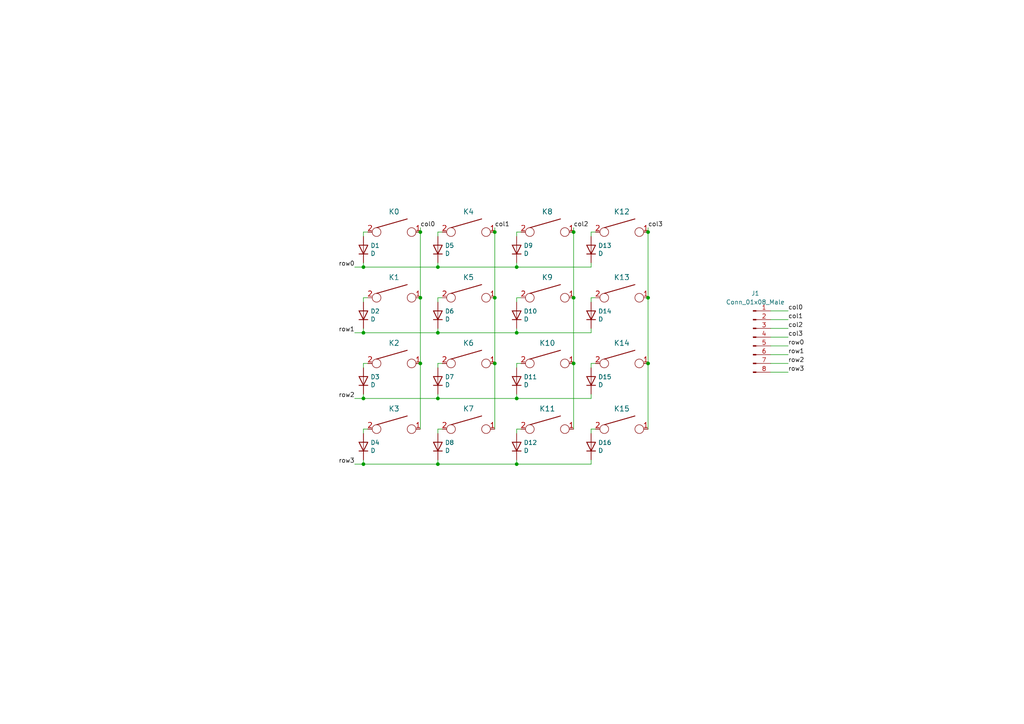
<source format=kicad_sch>
(kicad_sch (version 20211123) (generator eeschema)
  (paper "A4")
  (lib_symbols
    (symbol "Connector:Conn_01x08_Male" (pin_names (offset 1.016) hide)
      (property "Reference" "J" (at 0 10.16 0))
      (property "Value" "Conn_01x08_Male" (at 0 -12.7 0))
      (symbol "Conn_01x08_Male_1_1"
        (polyline (pts (xy 1.27 -10.16) (xy 0.8636 -10.16)) (stroke (width 0.1524)))
        (polyline (pts (xy 1.27 -7.62) (xy 0.8636 -7.62)) (stroke (width 0.1524)))
        (polyline (pts (xy 1.27 -5.08) (xy 0.8636 -5.08)) (stroke (width 0.1524)))
        (polyline (pts (xy 1.27 -2.54) (xy 0.8636 -2.54)) (stroke (width 0.1524)))
        (polyline (pts (xy 1.27 0) (xy 0.8636 0)) (stroke (width 0.1524)))
        (polyline (pts (xy 1.27 2.54) (xy 0.8636 2.54)) (stroke (width 0.1524)))
        (polyline (pts (xy 1.27 5.08) (xy 0.8636 5.08)) (stroke (width 0.1524)))
        (polyline (pts (xy 1.27 7.62) (xy 0.8636 7.62)) (stroke (width 0.1524)))
        (rectangle (start 0.8636 -10.033) (end 0 -10.287) (stroke (width 0.1524)) (fill (type outline)))
        (rectangle (start 0.8636 -7.493) (end 0 -7.747) (stroke (width 0.1524)) (fill (type outline)))
        (rectangle (start 0.8636 -4.953) (end 0 -5.207) (stroke (width 0.1524)) (fill (type outline)))
        (rectangle (start 0.8636 -2.413) (end 0 -2.667) (stroke (width 0.1524)) (fill (type outline)))
        (rectangle (start 0.8636 0.127) (end 0 -0.127) (stroke (width 0.1524)) (fill (type outline)))
        (rectangle (start 0.8636 2.667) (end 0 2.413) (stroke (width 0.1524)) (fill (type outline)))
        (rectangle (start 0.8636 5.207) (end 0 4.953) (stroke (width 0.1524)) (fill (type outline)))
        (rectangle (start 0.8636 7.747) (end 0 7.493) (stroke (width 0.1524)) (fill (type outline)))
        (pin passive line (at 5.08 7.62 180) (length 3.81) (name "Pin_1") (number "1"))
        (pin passive line (at 5.08 5.08 180) (length 3.81) (name "Pin_2") (number "2"))
        (pin passive line (at 5.08 2.54 180) (length 3.81) (name "Pin_3") (number "3"))
        (pin passive line (at 5.08 0 180) (length 3.81) (name "Pin_4") (number "4"))
        (pin passive line (at 5.08 -2.54 180) (length 3.81) (name "Pin_5") (number "5"))
        (pin passive line (at 5.08 -5.08 180) (length 3.81) (name "Pin_6") (number "6"))
        (pin passive line (at 5.08 -7.62 180) (length 3.81) (name "Pin_7") (number "7"))
        (pin passive line (at 5.08 -10.16 180) (length 3.81) (name "Pin_8") (number "8"))
      )
    )
    (symbol "KBT1-rescue:D-Device" (pin_numbers hide) (pin_names (offset 1.016) hide)
      (property "Reference" "D" (at 0 2.54 0))
      (property "Value" "D-Device" (at 0 -2.54 0))
      (symbol "D-Device_0_1"
        (polyline (pts (xy -1.27 1.27) (xy -1.27 -1.27)) (stroke (width 0.254)))
        (polyline (pts (xy 1.27 0) (xy -1.27 0)))
        (polyline (pts (xy 1.27 1.27) (xy 1.27 -1.27) (xy -1.27 0) (xy 1.27 1.27)) (stroke (width 0.254)))
      )
      (symbol "D-Device_1_1"
        (pin passive line (at -3.81 0 0) (length 2.54) (name "K") (number "1"))
        (pin passive line (at 3.81 0 180) (length 2.54) (name "A") (number "2"))
      )
    )
    (symbol "KBT1-rescue:KEYSW-keyboard_parts" (pin_names (offset 1.016))
      (property "Reference" "K?" (at -1.27 0 0))
      (symbol "KEYSW-keyboard_parts_0_1"
        (circle (center -5.08 0) (radius 1.27))
        (polyline (pts (xy -5.08 1.27) (xy 3.81 3.81)) (stroke (width 0.254)))
        (circle (center 5.08 0) (radius 1.27))
      )
      (symbol "KEYSW-keyboard_parts_1_1"
        (pin passive line (at 7.62 0 180) (length 1.27) (name "~") (number "1"))
        (pin passive line (at -7.62 0 0) (length 1.27) (name "~") (number "2"))
      )
    )
  )
  (junction (at 166.37 86.36))
  (junction (at 149.86 115.57))
  (junction (at 127 96.52))
  (junction (at 105.41 77.47))
  (junction (at 127 134.62))
  (junction (at 121.92 86.36))
  (junction (at 121.92 67.31))
  (junction (at 187.96 67.31))
  (junction (at 121.92 105.41))
  (junction (at 187.96 86.36))
  (junction (at 149.86 77.47))
  (junction (at 166.37 67.31))
  (junction (at 143.51 86.36))
  (junction (at 149.86 134.62))
  (junction (at 149.86 96.52))
  (junction (at 105.41 134.62))
  (junction (at 127 77.47))
  (junction (at 127 115.57))
  (junction (at 143.51 105.41))
  (junction (at 143.51 67.31))
  (junction (at 166.37 105.41))
  (junction (at 105.41 115.57))
  (junction (at 105.41 96.52))
  (junction (at 187.96 105.41))
  (wire (pts (xy 106.68 67.31) (xy 105.41 67.31)))
  (wire (pts (xy 171.45 124.46) (xy 171.45 125.73)))
  (wire (pts (xy 127 134.62) (xy 149.86 134.62)))
  (wire (pts (xy 223.52 92.71) (xy 228.6 92.71)))
  (wire (pts (xy 127 114.3) (xy 127 115.57)))
  (wire (pts (xy 105.41 124.46) (xy 105.41 125.73)))
  (wire (pts (xy 105.41 95.25) (xy 105.41 96.52)))
  (wire (pts (xy 151.13 105.41) (xy 149.86 105.41)))
  (wire (pts (xy 127 67.31) (xy 127 68.58)))
  (wire (pts (xy 171.45 86.36) (xy 171.45 87.63)))
  (wire (pts (xy 121.92 86.36) (xy 121.92 105.41)))
  (wire (pts (xy 149.86 77.47) (xy 171.45 77.47)))
  (wire (pts (xy 105.41 133.35) (xy 105.41 134.62)))
  (wire (pts (xy 143.51 66.04) (xy 143.51 67.31)))
  (wire (pts (xy 149.86 76.2) (xy 149.86 77.47)))
  (wire (pts (xy 127 77.47) (xy 149.86 77.47)))
  (wire (pts (xy 223.52 102.87) (xy 228.6 102.87)))
  (wire (pts (xy 151.13 124.46) (xy 149.86 124.46)))
  (wire (pts (xy 151.13 67.31) (xy 149.86 67.31)))
  (wire (pts (xy 149.86 124.46) (xy 149.86 125.73)))
  (wire (pts (xy 166.37 105.41) (xy 166.37 124.46)))
  (wire (pts (xy 106.68 124.46) (xy 105.41 124.46)))
  (wire (pts (xy 105.41 77.47) (xy 127 77.47)))
  (wire (pts (xy 187.96 67.31) (xy 187.96 86.36)))
  (wire (pts (xy 127 105.41) (xy 127 106.68)))
  (wire (pts (xy 171.45 76.2) (xy 171.45 77.47)))
  (wire (pts (xy 171.45 114.3) (xy 171.45 115.57)))
  (wire (pts (xy 127 124.46) (xy 127 125.73)))
  (wire (pts (xy 149.86 134.62) (xy 171.45 134.62)))
  (wire (pts (xy 105.41 105.41) (xy 105.41 106.68)))
  (wire (pts (xy 127 133.35) (xy 127 134.62)))
  (wire (pts (xy 223.52 105.41) (xy 228.6 105.41)))
  (wire (pts (xy 166.37 86.36) (xy 166.37 105.41)))
  (wire (pts (xy 105.41 134.62) (xy 102.87 134.62)))
  (wire (pts (xy 223.52 95.25) (xy 228.6 95.25)))
  (wire (pts (xy 127 96.52) (xy 149.86 96.52)))
  (wire (pts (xy 128.27 124.46) (xy 127 124.46)))
  (wire (pts (xy 149.86 96.52) (xy 171.45 96.52)))
  (wire (pts (xy 149.86 115.57) (xy 171.45 115.57)))
  (wire (pts (xy 223.52 100.33) (xy 228.6 100.33)))
  (wire (pts (xy 127 115.57) (xy 149.86 115.57)))
  (wire (pts (xy 105.41 67.31) (xy 105.41 68.58)))
  (wire (pts (xy 121.92 105.41) (xy 121.92 124.46)))
  (wire (pts (xy 149.86 95.25) (xy 149.86 96.52)))
  (wire (pts (xy 127 95.25) (xy 127 96.52)))
  (wire (pts (xy 106.68 86.36) (xy 105.41 86.36)))
  (wire (pts (xy 121.92 67.31) (xy 121.92 86.36)))
  (wire (pts (xy 105.41 115.57) (xy 127 115.57)))
  (wire (pts (xy 105.41 77.47) (xy 102.87 77.47)))
  (wire (pts (xy 128.27 86.36) (xy 127 86.36)))
  (wire (pts (xy 105.41 96.52) (xy 102.87 96.52)))
  (wire (pts (xy 223.52 107.95) (xy 228.6 107.95)))
  (wire (pts (xy 105.41 114.3) (xy 105.41 115.57)))
  (wire (pts (xy 149.86 114.3) (xy 149.86 115.57)))
  (wire (pts (xy 105.41 115.57) (xy 102.87 115.57)))
  (wire (pts (xy 166.37 67.31) (xy 166.37 86.36)))
  (wire (pts (xy 172.72 105.41) (xy 171.45 105.41)))
  (wire (pts (xy 187.96 86.36) (xy 187.96 105.41)))
  (wire (pts (xy 151.13 86.36) (xy 149.86 86.36)))
  (wire (pts (xy 128.27 67.31) (xy 127 67.31)))
  (wire (pts (xy 171.45 95.25) (xy 171.45 96.52)))
  (wire (pts (xy 149.86 105.41) (xy 149.86 106.68)))
  (wire (pts (xy 172.72 67.31) (xy 171.45 67.31)))
  (wire (pts (xy 172.72 86.36) (xy 171.45 86.36)))
  (wire (pts (xy 149.86 133.35) (xy 149.86 134.62)))
  (wire (pts (xy 223.52 90.17) (xy 228.6 90.17)))
  (wire (pts (xy 149.86 86.36) (xy 149.86 87.63)))
  (wire (pts (xy 223.52 97.79) (xy 228.6 97.79)))
  (wire (pts (xy 105.41 76.2) (xy 105.41 77.47)))
  (wire (pts (xy 105.41 134.62) (xy 127 134.62)))
  (wire (pts (xy 105.41 86.36) (xy 105.41 87.63)))
  (wire (pts (xy 143.51 86.36) (xy 143.51 105.41)))
  (wire (pts (xy 121.92 66.04) (xy 121.92 67.31)))
  (wire (pts (xy 166.37 66.04) (xy 166.37 67.31)))
  (wire (pts (xy 171.45 105.41) (xy 171.45 106.68)))
  (wire (pts (xy 187.96 66.04) (xy 187.96 67.31)))
  (wire (pts (xy 149.86 67.31) (xy 149.86 68.58)))
  (wire (pts (xy 143.51 105.41) (xy 143.51 124.46)))
  (wire (pts (xy 128.27 105.41) (xy 127 105.41)))
  (wire (pts (xy 187.96 105.41) (xy 187.96 124.46)))
  (wire (pts (xy 171.45 133.35) (xy 171.45 134.62)))
  (wire (pts (xy 127 86.36) (xy 127 87.63)))
  (wire (pts (xy 143.51 67.31) (xy 143.51 86.36)))
  (wire (pts (xy 105.41 96.52) (xy 127 96.52)))
  (wire (pts (xy 172.72 124.46) (xy 171.45 124.46)))
  (wire (pts (xy 106.68 105.41) (xy 105.41 105.41)))
  (wire (pts (xy 127 76.2) (xy 127 77.47)))
  (wire (pts (xy 171.45 67.31) (xy 171.45 68.58)))
  (label "row3" (at 228.6 107.95 0))
  (label "row2" (at 228.6 105.41 0))
  (label "row3" (at 102.87 134.62 180))
  (label "row0" (at 102.87 77.47 180))
  (label "col0" (at 121.92 66.04 0))
  (label "col3" (at 228.6 97.79 0))
  (label "row1" (at 228.6 102.87 0))
  (label "col0" (at 228.6 90.17 0))
  (label "col1" (at 143.51 66.04 0))
  (label "col2" (at 228.6 95.25 0))
  (label "col3" (at 187.96 66.04 0))
  (label "row1" (at 102.87 96.52 180))
  (label "row2" (at 102.87 115.57 180))
  (label "col2" (at 166.37 66.04 0))
  (label "row0" (at 228.6 100.33 0))
  (label "col1" (at 228.6 92.71 0))
  (symbol (lib_id "KBT1-rescue:D-Device") (at 105.41 72.39 90) (unit 1)
    (property "Reference" "D1" (at 107.442 71.2216 90) (effects (justify right)))
    (property "Value" "D" (at 107.442 73.533 90) (effects (justify right)))
    (property "Footprint" "keyboard_parts:D_SOD123_axial" (effects hide))
  )
  (symbol (lib_id "KBT1-rescue:KEYSW-keyboard_parts") (at 114.3 67.31 0) (unit 1)
    (property "Reference" "K0" (at 114.3 61.3918 0) (effects (font (size 1.524 1.524))))
    (property "Value" "KEYSW" (effects hide))
    (property "Footprint" "Button_Switch_Keyboard:SW_Cherry_MX_1.00u_PCB" (effects hide))
  )
  (symbol (lib_id "KBT1-rescue:KEYSW-keyboard_parts") (at 135.89 67.31 0) (unit 1)
    (property "Reference" "K4" (at 135.89 61.3918 0) (effects (font (size 1.524 1.524))))
    (property "Value" "KEYSW" (effects hide))
    (property "Footprint" "Button_Switch_Keyboard:SW_Cherry_MX_1.00u_PCB" (effects hide))
  )
  (symbol (lib_id "KBT1-rescue:D-Device") (at 127 72.39 90) (unit 1)
    (property "Reference" "D5" (at 129.032 71.2216 90) (effects (justify right)))
    (property "Value" "D" (at 129.032 73.533 90) (effects (justify right)))
    (property "Footprint" "keyboard_parts:D_SOD123_axial" (effects hide))
  )
  (symbol (lib_id "KBT1-rescue:KEYSW-keyboard_parts") (at 158.75 67.31 0) (unit 1)
    (property "Reference" "K8" (at 158.75 61.3918 0) (effects (font (size 1.524 1.524))))
    (property "Value" "KEYSW" (effects hide))
    (property "Footprint" "Button_Switch_Keyboard:SW_Cherry_MX_1.00u_PCB" (effects hide))
  )
  (symbol (lib_id "KBT1-rescue:D-Device") (at 149.86 72.39 90) (unit 1)
    (property "Reference" "D9" (at 151.892 71.2216 90) (effects (justify right)))
    (property "Value" "D" (at 151.892 73.533 90) (effects (justify right)))
    (property "Footprint" "keyboard_parts:D_SOD123_axial" (effects hide))
  )
  (symbol (lib_id "KBT1-rescue:KEYSW-keyboard_parts") (at 180.34 67.31 0) (unit 1)
    (property "Reference" "K12" (at 180.34 61.3918 0) (effects (font (size 1.524 1.524))))
    (property "Value" "KEYSW" (effects hide))
    (property "Footprint" "Button_Switch_Keyboard:SW_Cherry_MX_1.00u_PCB" (effects hide))
  )
  (symbol (lib_id "KBT1-rescue:D-Device") (at 171.45 72.39 90) (unit 1)
    (property "Reference" "D13" (at 173.482 71.2216 90) (effects (justify right)))
    (property "Value" "D" (at 173.482 73.533 90) (effects (justify right)))
    (property "Footprint" "keyboard_parts:D_SOD123_axial" (effects hide))
  )
  (symbol (lib_id "KBT1-rescue:KEYSW-keyboard_parts") (at 114.3 86.36 0) (unit 1)
    (property "Reference" "K1" (at 114.3 80.4418 0) (effects (font (size 1.524 1.524))))
    (property "Value" "KEYSW" (effects hide))
    (property "Footprint" "Button_Switch_Keyboard:SW_Cherry_MX_1.00u_PCB" (effects hide))
  )
  (symbol (lib_id "KBT1-rescue:D-Device") (at 105.41 91.44 90) (unit 1)
    (property "Reference" "D2" (at 107.442 90.2716 90) (effects (justify right)))
    (property "Value" "D" (at 107.442 92.583 90) (effects (justify right)))
    (property "Footprint" "keyboard_parts:D_SOD123_axial" (effects hide))
  )
  (symbol (lib_id "KBT1-rescue:KEYSW-keyboard_parts") (at 135.89 86.36 0) (unit 1)
    (property "Reference" "K5" (at 135.89 80.4418 0) (effects (font (size 1.524 1.524))))
    (property "Value" "KEYSW" (effects hide))
    (property "Footprint" "Button_Switch_Keyboard:SW_Cherry_MX_1.00u_PCB" (effects hide))
  )
  (symbol (lib_id "KBT1-rescue:D-Device") (at 127 91.44 90) (unit 1)
    (property "Reference" "D6" (at 129.032 90.2716 90) (effects (justify right)))
    (property "Value" "D" (at 129.032 92.583 90) (effects (justify right)))
    (property "Footprint" "keyboard_parts:D_SOD123_axial" (effects hide))
  )
  (symbol (lib_id "KBT1-rescue:KEYSW-keyboard_parts") (at 158.75 86.36 0) (unit 1)
    (property "Reference" "K9" (at 158.75 80.4418 0) (effects (font (size 1.524 1.524))))
    (property "Value" "KEYSW" (effects hide))
    (property "Footprint" "Button_Switch_Keyboard:SW_Cherry_MX_1.00u_PCB" (effects hide))
  )
  (symbol (lib_id "KBT1-rescue:D-Device") (at 149.86 91.44 90) (unit 1)
    (property "Reference" "D10" (at 151.892 90.2716 90) (effects (justify right)))
    (property "Value" "D" (at 151.892 92.583 90) (effects (justify right)))
    (property "Footprint" "keyboard_parts:D_SOD123_axial" (effects hide))
  )
  (symbol (lib_id "KBT1-rescue:KEYSW-keyboard_parts") (at 180.34 86.36 0) (unit 1)
    (property "Reference" "K13" (at 180.34 80.4418 0) (effects (font (size 1.524 1.524))))
    (property "Value" "KEYSW" (effects hide))
    (property "Footprint" "Button_Switch_Keyboard:SW_Cherry_MX_1.00u_PCB" (effects hide))
  )
  (symbol (lib_id "KBT1-rescue:D-Device") (at 171.45 91.44 90) (unit 1)
    (property "Reference" "D14" (at 173.482 90.2716 90) (effects (justify right)))
    (property "Value" "D" (at 173.482 92.583 90) (effects (justify right)))
    (property "Footprint" "keyboard_parts:D_SOD123_axial" (effects hide))
  )
  (symbol (lib_id "KBT1-rescue:KEYSW-keyboard_parts") (at 114.3 105.41 0) (unit 1)
    (property "Reference" "K2" (at 114.3 99.4918 0) (effects (font (size 1.524 1.524))))
    (property "Value" "KEYSW" (effects hide))
    (property "Footprint" "Button_Switch_Keyboard:SW_Cherry_MX_1.00u_PCB" (effects hide))
  )
  (symbol (lib_id "KBT1-rescue:D-Device") (at 105.41 110.49 90) (unit 1)
    (property "Reference" "D3" (at 107.442 109.3216 90) (effects (justify right)))
    (property "Value" "D" (at 107.442 111.633 90) (effects (justify right)))
    (property "Footprint" "keyboard_parts:D_SOD123_axial" (effects hide))
  )
  (symbol (lib_id "KBT1-rescue:KEYSW-keyboard_parts") (at 135.89 105.41 0) (unit 1)
    (property "Reference" "K6" (at 135.89 99.4918 0) (effects (font (size 1.524 1.524))))
    (property "Value" "KEYSW" (effects hide))
    (property "Footprint" "Button_Switch_Keyboard:SW_Cherry_MX_1.00u_PCB" (effects hide))
  )
  (symbol (lib_id "KBT1-rescue:D-Device") (at 127 110.49 90) (unit 1)
    (property "Reference" "D7" (at 129.032 109.3216 90) (effects (justify right)))
    (property "Value" "D" (at 129.032 111.633 90) (effects (justify right)))
    (property "Footprint" "keyboard_parts:D_SOD123_axial" (effects hide))
  )
  (symbol (lib_id "KBT1-rescue:KEYSW-keyboard_parts") (at 158.75 105.41 0) (unit 1)
    (property "Reference" "K10" (at 158.75 99.4918 0) (effects (font (size 1.524 1.524))))
    (property "Value" "KEYSW" (effects hide))
    (property "Footprint" "Button_Switch_Keyboard:SW_Cherry_MX_1.00u_PCB" (effects hide))
  )
  (symbol (lib_id "KBT1-rescue:D-Device") (at 149.86 110.49 90) (unit 1)
    (property "Reference" "D11" (at 151.892 109.3216 90) (effects (justify right)))
    (property "Value" "D" (at 151.892 111.633 90) (effects (justify right)))
    (property "Footprint" "Diode_SMD:D_0805_2012Metric_Pad1.15x1.40mm_HandSolder" (effects hide))
  )
  (symbol (lib_id "KBT1-rescue:KEYSW-keyboard_parts") (at 180.34 105.41 0) (unit 1)
    (property "Reference" "K14" (at 180.34 99.4918 0) (effects (font (size 1.524 1.524))))
    (property "Value" "KEYSW" (effects hide))
    (property "Footprint" "Button_Switch_Keyboard:SW_Cherry_MX_1.00u_PCB" (effects hide))
  )
  (symbol (lib_id "KBT1-rescue:D-Device") (at 171.45 110.49 90) (unit 1)
    (property "Reference" "D15" (at 173.482 109.3216 90) (effects (justify right)))
    (property "Value" "D" (at 173.482 111.633 90) (effects (justify right)))
    (property "Footprint" "keyboard_parts:D_SOD123_axial" (effects hide))
  )
  (symbol (lib_id "KBT1-rescue:KEYSW-keyboard_parts") (at 114.3 124.46 0) (unit 1)
    (property "Reference" "K3" (at 114.3 118.5418 0) (effects (font (size 1.524 1.524))))
    (property "Value" "KEYSW" (effects hide))
    (property "Footprint" "Button_Switch_Keyboard:SW_Cherry_MX_1.00u_PCB" (effects hide))
  )
  (symbol (lib_id "KBT1-rescue:D-Device") (at 105.41 129.54 90) (unit 1)
    (property "Reference" "D4" (at 107.442 128.3716 90) (effects (justify right)))
    (property "Value" "D" (at 107.442 130.683 90) (effects (justify right)))
    (property "Footprint" "keyboard_parts:D_SOD123_axial" (effects hide))
  )
  (symbol (lib_id "KBT1-rescue:KEYSW-keyboard_parts") (at 135.89 124.46 0) (unit 1)
    (property "Reference" "K7" (at 135.89 118.5418 0) (effects (font (size 1.524 1.524))))
    (property "Value" "KEYSW" (effects hide))
    (property "Footprint" "Button_Switch_Keyboard:SW_Cherry_MX_1.00u_PCB" (effects hide))
  )
  (symbol (lib_id "KBT1-rescue:D-Device") (at 127 129.54 90) (unit 1)
    (property "Reference" "D8" (at 129.032 128.3716 90) (effects (justify right)))
    (property "Value" "D" (at 129.032 130.683 90) (effects (justify right)))
    (property "Footprint" "keyboard_parts:D_SOD123_axial" (effects hide))
  )
  (symbol (lib_id "KBT1-rescue:KEYSW-keyboard_parts") (at 158.75 124.46 0) (unit 1)
    (property "Reference" "K11" (at 158.75 118.5418 0) (effects (font (size 1.524 1.524))))
    (property "Value" "KEYSW" (effects hide))
    (property "Footprint" "Button_Switch_Keyboard:SW_Cherry_MX_1.00u_PCB" (effects hide))
  )
  (symbol (lib_id "KBT1-rescue:D-Device") (at 149.86 129.54 90) (unit 1)
    (property "Reference" "D12" (at 151.892 128.3716 90) (effects (justify right)))
    (property "Value" "D" (at 151.892 130.683 90) (effects (justify right)))
    (property "Footprint" "keyboard_parts:D_SOD123_axial" (effects hide))
  )
  (symbol (lib_id "KBT1-rescue:KEYSW-keyboard_parts") (at 180.34 124.46 0) (unit 1)
    (property "Reference" "K15" (at 180.34 118.5418 0) (effects (font (size 1.524 1.524))))
    (property "Value" "KEYSW" (effects hide))
    (property "Footprint" "Button_Switch_Keyboard:SW_Cherry_MX_1.00u_PCB" (effects hide))
  )
  (symbol (lib_id "KBT1-rescue:D-Device") (at 171.45 129.54 90) (unit 1)
    (property "Reference" "D16" (at 173.482 128.3716 90) (effects (justify right)))
    (property "Value" "D" (at 173.482 130.683 90) (effects (justify right)))
    (property "Footprint" "keyboard_parts:D_SOD123_axial" (effects hide))
  )
  (symbol (lib_id "Connector:Conn_01x08_Male") (at 218.44 97.79 0) (unit 1)
    (property "Reference" "J1" (at 219.075 85.09 0))
    (property "Value" "Conn_01x08_Male" (at 219.075 87.63 0))
    (property "Footprint" "Connector_PinHeader_2.54mm:PinHeader_1x08_P2.54mm_Vertical" (effects hide))
  )
)
</source>
